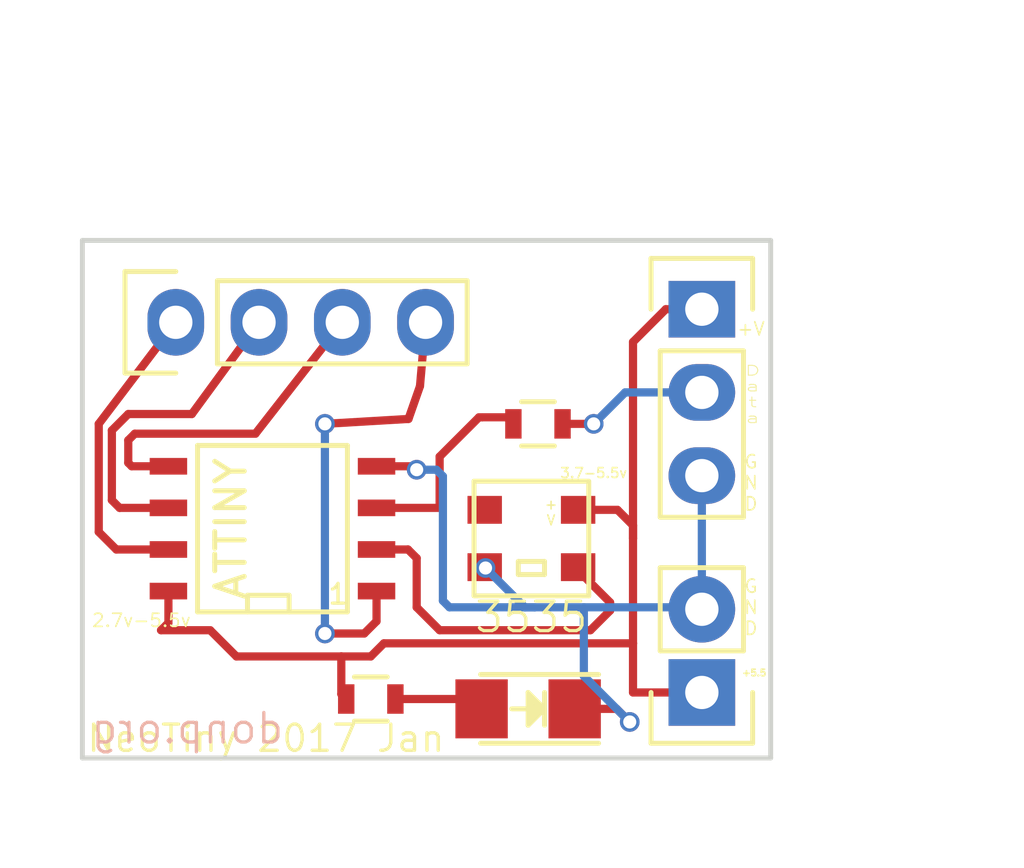
<source format=kicad_pcb>
(kicad_pcb (version 4) (host pcbnew 4.0.5-e0-6337~49~ubuntu16.04.1)

  (general
    (links 0)
    (no_connects 0)
    (area 77.775 62.385713 109.814287 89.775)
    (thickness 1.6)
    (drawings 15)
    (tracks 88)
    (zones 0)
    (modules 8)
    (nets 1)
  )

  (page A4)
  (layers
    (0 F.Cu signal)
    (31 B.Cu signal)
    (32 B.Adhes user)
    (33 F.Adhes user)
    (34 B.Paste user)
    (35 F.Paste user)
    (36 B.SilkS user)
    (37 F.SilkS user)
    (38 B.Mask user)
    (39 F.Mask user)
    (40 Dwgs.User user)
    (41 Cmts.User user)
    (42 Eco1.User user)
    (43 Eco2.User user)
    (44 Edge.Cuts user)
    (45 Margin user)
    (46 B.CrtYd user)
    (47 F.CrtYd user)
    (48 B.Fab user)
    (49 F.Fab user)
  )

  (setup
    (last_trace_width 0.25)
    (trace_clearance 0.2)
    (zone_clearance 0.508)
    (zone_45_only no)
    (trace_min 0.2)
    (segment_width 0.2)
    (edge_width 0.15)
    (via_size 0.6)
    (via_drill 0.4)
    (via_min_size 0.4)
    (via_min_drill 0.3)
    (uvia_size 0.3)
    (uvia_drill 0.1)
    (uvias_allowed no)
    (uvia_min_size 0.2)
    (uvia_min_drill 0.1)
    (pcb_text_width 0.3)
    (pcb_text_size 1.5 1.5)
    (mod_edge_width 0.15)
    (mod_text_size 1 1)
    (mod_text_width 0.15)
    (pad_size 2.032 1.7272)
    (pad_drill 1.016)
    (pad_to_mask_clearance 0.2)
    (aux_axis_origin 0 0)
    (visible_elements FFFEFF7F)
    (pcbplotparams
      (layerselection 0x01030_80000001)
      (usegerberextensions true)
      (excludeedgelayer true)
      (linewidth 0.100000)
      (plotframeref false)
      (viasonmask false)
      (mode 1)
      (useauxorigin false)
      (hpglpennumber 1)
      (hpglpenspeed 20)
      (hpglpendiameter 15)
      (hpglpenoverlay 2)
      (psnegative false)
      (psa4output false)
      (plotreference true)
      (plotvalue true)
      (plotinvisibletext false)
      (padsonsilk false)
      (subtractmaskfromsilk false)
      (outputformat 1)
      (mirror false)
      (drillshape 0)
      (scaleselection 1)
      (outputdirectory /home/donp/osh))
  )

  (net 0 "")

  (net_class Default "This is the default net class."
    (clearance 0.2)
    (trace_width 0.25)
    (via_dia 0.6)
    (via_drill 0.4)
    (uvia_dia 0.3)
    (uvia_drill 0.1)
  )

  (module Pin_Headers:Pin_Header_Straight_1x03 (layer F.Cu) (tedit 5830FFE6) (tstamp 5831094A)
    (at 99.9 71.9)
    (descr "Through hole pin header")
    (tags "pin header")
    (fp_text reference "" (at 0 -5.1) (layer F.SilkS)
      (effects (font (size 1 1) (thickness 0.15)))
    )
    (fp_text value Pin_Header_Straight_1x03 (at 0 -3.1) (layer F.Fab)
      (effects (font (size 1 1) (thickness 0.15)))
    )
    (fp_line (start -1.75 -1.75) (end -1.75 6.85) (layer F.CrtYd) (width 0.05))
    (fp_line (start 1.75 -1.75) (end 1.75 6.85) (layer F.CrtYd) (width 0.05))
    (fp_line (start -1.75 -1.75) (end 1.75 -1.75) (layer F.CrtYd) (width 0.05))
    (fp_line (start -1.75 6.85) (end 1.75 6.85) (layer F.CrtYd) (width 0.05))
    (fp_line (start -1.27 1.27) (end -1.27 6.35) (layer F.SilkS) (width 0.15))
    (fp_line (start -1.27 6.35) (end 1.27 6.35) (layer F.SilkS) (width 0.15))
    (fp_line (start 1.27 6.35) (end 1.27 1.27) (layer F.SilkS) (width 0.15))
    (fp_line (start 1.55 -1.55) (end 1.55 0) (layer F.SilkS) (width 0.15))
    (fp_line (start 1.27 1.27) (end -1.27 1.27) (layer F.SilkS) (width 0.15))
    (fp_line (start -1.55 0) (end -1.55 -1.55) (layer F.SilkS) (width 0.15))
    (fp_line (start -1.55 -1.55) (end 1.55 -1.55) (layer F.SilkS) (width 0.15))
    (pad 1 thru_hole rect (at 0 0) (size 2.032 1.7272) (drill 1.016) (layers *.Cu *.Mask))
    (pad 2 thru_hole oval (at 0 2.54) (size 2.032 1.7272) (drill 1.016) (layers *.Cu *.Mask))
    (pad 3 thru_hole oval (at 0 5.08) (size 2.032 1.7272) (drill 1.016) (layers *.Cu *.Mask))
    (model Pin_Headers.3dshapes/Pin_Header_Straight_1x03.wrl
      (at (xyz 0 -0.1 0))
      (scale (xyz 1 1 1))
      (rotate (xyz 0 0 90))
    )
  )

  (module Resistors_SMD:R_0603 (layer F.Cu) (tedit 583B886C) (tstamp 585D7BAC)
    (at 94.9 75.4)
    (descr "Resistor SMD 0603, reflow soldering, Vishay (see dcrcw.pdf)")
    (tags "resistor 0603")
    (attr smd)
    (fp_text reference "" (at 0 -1.9) (layer F.SilkS)
      (effects (font (size 1 1) (thickness 0.15)))
    )
    (fp_text value R_0603 (at 0 1.9) (layer F.Fab)
      (effects (font (size 1 1) (thickness 0.15)))
    )
    (fp_line (start -0.8 0.4) (end -0.8 -0.4) (layer F.Fab) (width 0.1))
    (fp_line (start 0.8 0.4) (end -0.8 0.4) (layer F.Fab) (width 0.1))
    (fp_line (start 0.8 -0.4) (end 0.8 0.4) (layer F.Fab) (width 0.1))
    (fp_line (start -0.8 -0.4) (end 0.8 -0.4) (layer F.Fab) (width 0.1))
    (fp_line (start -1.3 -0.8) (end 1.3 -0.8) (layer F.CrtYd) (width 0.05))
    (fp_line (start -1.3 0.8) (end 1.3 0.8) (layer F.CrtYd) (width 0.05))
    (fp_line (start -1.3 -0.8) (end -1.3 0.8) (layer F.CrtYd) (width 0.05))
    (fp_line (start 1.3 -0.8) (end 1.3 0.8) (layer F.CrtYd) (width 0.05))
    (fp_line (start 0.5 0.675) (end -0.5 0.675) (layer F.SilkS) (width 0.15))
    (fp_line (start -0.5 -0.675) (end 0.5 -0.675) (layer F.SilkS) (width 0.15))
    (pad 1 smd rect (at -0.75 0) (size 0.5 0.9) (layers F.Cu F.Paste F.Mask))
    (pad 2 smd rect (at 0.75 0) (size 0.5 0.9) (layers F.Cu F.Paste F.Mask))
    (model Resistors_SMD.3dshapes/R_0603.wrl
      (at (xyz 0 0 0))
      (scale (xyz 1 1 1))
      (rotate (xyz 0 0 0))
    )
  )

  (module Pin_Headers:Pin_Header_Straight_1x02 (layer F.Cu) (tedit 5830FF80) (tstamp 583106AA)
    (at 99.9 83.6 180)
    (descr "Through hole pin header")
    (tags "pin header")
    (fp_text reference "" (at 0 -5.1 180) (layer F.SilkS)
      (effects (font (size 1 1) (thickness 0.15)))
    )
    (fp_text value Pin_Header_Straight_1x02 (at 0 -3.1 180) (layer F.Fab)
      (effects (font (size 1 1) (thickness 0.15)))
    )
    (fp_line (start 1.27 1.27) (end 1.27 3.81) (layer F.SilkS) (width 0.15))
    (fp_line (start 1.55 -1.55) (end 1.55 0) (layer F.SilkS) (width 0.15))
    (fp_line (start -1.75 -1.75) (end -1.75 4.3) (layer F.CrtYd) (width 0.05))
    (fp_line (start 1.75 -1.75) (end 1.75 4.3) (layer F.CrtYd) (width 0.05))
    (fp_line (start -1.75 -1.75) (end 1.75 -1.75) (layer F.CrtYd) (width 0.05))
    (fp_line (start -1.75 4.3) (end 1.75 4.3) (layer F.CrtYd) (width 0.05))
    (fp_line (start 1.27 1.27) (end -1.27 1.27) (layer F.SilkS) (width 0.15))
    (fp_line (start -1.55 0) (end -1.55 -1.55) (layer F.SilkS) (width 0.15))
    (fp_line (start -1.55 -1.55) (end 1.55 -1.55) (layer F.SilkS) (width 0.15))
    (fp_line (start -1.27 1.27) (end -1.27 3.81) (layer F.SilkS) (width 0.15))
    (fp_line (start -1.27 3.81) (end 1.27 3.81) (layer F.SilkS) (width 0.15))
    (pad 1 thru_hole rect (at 0 0 180) (size 2.032 2.032) (drill 1.016) (layers *.Cu *.Mask))
    (pad 2 thru_hole oval (at 0 2.54 180) (size 2.032 2.032) (drill 1.016) (layers *.Cu *.Mask))
    (model Pin_Headers.3dshapes/Pin_Header_Straight_1x02.wrl
      (at (xyz 0 -0.05 0))
      (scale (xyz 1 1 1))
      (rotate (xyz 0 0 90))
    )
  )

  (module SMD_Packages:SOIC-8-N (layer F.Cu) (tedit 583B74FF) (tstamp 5830FF81)
    (at 86.8 78.6 90)
    (descr "Module Narrow CMS SOJ 8 pins large")
    (tags "CMS SOJ")
    (attr smd)
    (fp_text reference ATTINY (at 0 -1.27 90) (layer F.SilkS)
      (effects (font (size 0.9 0.9) (thickness 0.15)))
    )
    (fp_text value SOIC-8-N (at 0 1.27 90) (layer F.Fab)
      (effects (font (size 1 1) (thickness 0.15)))
    )
    (fp_line (start -2.54 -2.286) (end 2.54 -2.286) (layer F.SilkS) (width 0.15))
    (fp_line (start 2.54 -2.286) (end 2.54 2.286) (layer F.SilkS) (width 0.15))
    (fp_line (start 2.54 2.286) (end -2.54 2.286) (layer F.SilkS) (width 0.15))
    (fp_line (start -2.54 2.286) (end -2.54 -2.286) (layer F.SilkS) (width 0.15))
    (fp_line (start -2.54 -0.762) (end -2.032 -0.762) (layer F.SilkS) (width 0.15))
    (fp_line (start -2.032 -0.762) (end -2.032 0.508) (layer F.SilkS) (width 0.15))
    (fp_line (start -2.032 0.508) (end -2.54 0.508) (layer F.SilkS) (width 0.15))
    (pad 8 smd rect (at -1.905 -3.175 90) (size 0.508 1.143) (layers F.Cu F.Paste F.Mask))
    (pad 7 smd rect (at -0.635 -3.175 90) (size 0.508 1.143) (layers F.Cu F.Paste F.Mask))
    (pad 6 smd rect (at 0.635 -3.175 90) (size 0.508 1.143) (layers F.Cu F.Paste F.Mask))
    (pad 5 smd rect (at 1.905 -3.175 90) (size 0.508 1.143) (layers F.Cu F.Paste F.Mask))
    (pad 4 smd rect (at 1.905 3.175 90) (size 0.508 1.143) (layers F.Cu F.Paste F.Mask))
    (pad 3 smd rect (at 0.635 3.175 90) (size 0.508 1.143) (layers F.Cu F.Paste F.Mask))
    (pad 2 smd rect (at -0.635 3.175 90) (size 0.508 1.143) (layers F.Cu F.Paste F.Mask))
    (pad 1 smd rect (at -1.905 3.175 90) (size 0.508 1.143) (layers F.Cu F.Paste F.Mask))
    (model SMD_Packages.3dshapes/SOIC-8-N.wrl
      (at (xyz 0 0 0))
      (scale (xyz 0.5 0.38 0.5))
      (rotate (xyz 0 0 0))
    )
  )

  (module Pin_Headers:Pin_Header_Straight_1x04 (layer F.Cu) (tedit 583B81A8) (tstamp 583102C9)
    (at 83.85 72.3 90)
    (descr "Through hole pin header")
    (tags "pin header")
    (fp_text reference "" (at 0 -5.1 90) (layer F.SilkS)
      (effects (font (size 1 1) (thickness 0.15)))
    )
    (fp_text value Pin_Header_Straight_1x04 (at 0 -3.1 90) (layer F.Fab)
      (effects (font (size 1 1) (thickness 0.15)))
    )
    (fp_line (start -1.75 -1.75) (end -1.75 9.4) (layer F.CrtYd) (width 0.05))
    (fp_line (start 1.75 -1.75) (end 1.75 9.4) (layer F.CrtYd) (width 0.05))
    (fp_line (start -1.75 -1.75) (end 1.75 -1.75) (layer F.CrtYd) (width 0.05))
    (fp_line (start -1.75 9.4) (end 1.75 9.4) (layer F.CrtYd) (width 0.05))
    (fp_line (start -1.27 1.27) (end -1.27 8.89) (layer F.SilkS) (width 0.15))
    (fp_line (start 1.27 1.27) (end 1.27 8.89) (layer F.SilkS) (width 0.15))
    (fp_line (start 1.55 -1.55) (end 1.55 0) (layer F.SilkS) (width 0.15))
    (fp_line (start -1.27 8.89) (end 1.27 8.89) (layer F.SilkS) (width 0.15))
    (fp_line (start 1.27 1.27) (end -1.27 1.27) (layer F.SilkS) (width 0.15))
    (fp_line (start -1.55 0) (end -1.55 -1.55) (layer F.SilkS) (width 0.15))
    (fp_line (start -1.55 -1.55) (end 1.55 -1.55) (layer F.SilkS) (width 0.15))
    (pad 1 thru_hole oval (at 0 0 90) (size 2.032 1.7272) (drill 1.016) (layers *.Cu *.Mask))
    (pad 2 thru_hole oval (at 0 2.54 90) (size 2.032 1.7272) (drill 1.016) (layers *.Cu *.Mask))
    (pad 3 thru_hole oval (at 0 5.08 90) (size 2.032 1.7272) (drill 1.016) (layers *.Cu *.Mask))
    (pad 4 thru_hole oval (at 0 7.62 90) (size 2.032 1.7272) (drill 1.016) (layers *.Cu *.Mask))
    (model Pin_Headers.3dshapes/Pin_Header_Straight_1x04.wrl
      (at (xyz 0 -0.15 0))
      (scale (xyz 1 1 1))
      (rotate (xyz 0 0 90))
    )
  )

  (module LEDs:LED_1206 (layer F.Cu) (tedit 583B8881) (tstamp 583B8957)
    (at 94.6 84.1 180)
    (descr "LED 1206 smd package")
    (tags "LED1206 SMD")
    (attr smd)
    (fp_text reference "" (at 0 -2 180) (layer F.SilkS)
      (effects (font (size 1 1) (thickness 0.15)))
    )
    (fp_text value LED_1206 (at 0 2 180) (layer F.Fab)
      (effects (font (size 1 1) (thickness 0.15)))
    )
    (fp_line (start -0.5 -0.5) (end -0.5 0.5) (layer F.Fab) (width 0.15))
    (fp_line (start -0.5 0) (end 0 -0.5) (layer F.Fab) (width 0.15))
    (fp_line (start 0 0.5) (end -0.5 0) (layer F.Fab) (width 0.15))
    (fp_line (start 0 -0.5) (end 0 0.5) (layer F.Fab) (width 0.15))
    (fp_line (start -1.6 0.8) (end -1.6 -0.8) (layer F.Fab) (width 0.15))
    (fp_line (start 1.6 0.8) (end -1.6 0.8) (layer F.Fab) (width 0.15))
    (fp_line (start 1.6 -0.8) (end 1.6 0.8) (layer F.Fab) (width 0.15))
    (fp_line (start -1.6 -0.8) (end 1.6 -0.8) (layer F.Fab) (width 0.15))
    (fp_line (start -2.15 1.05) (end 1.45 1.05) (layer F.SilkS) (width 0.15))
    (fp_line (start -2.15 -1.05) (end 1.45 -1.05) (layer F.SilkS) (width 0.15))
    (fp_line (start -0.1 -0.3) (end -0.1 0.3) (layer F.SilkS) (width 0.15))
    (fp_line (start -0.1 0.3) (end -0.4 0) (layer F.SilkS) (width 0.15))
    (fp_line (start -0.4 0) (end -0.2 -0.2) (layer F.SilkS) (width 0.15))
    (fp_line (start -0.2 -0.2) (end -0.2 0.05) (layer F.SilkS) (width 0.15))
    (fp_line (start -0.2 0.05) (end -0.25 0) (layer F.SilkS) (width 0.15))
    (fp_line (start -0.5 -0.5) (end -0.5 0.5) (layer F.SilkS) (width 0.15))
    (fp_line (start 0 0) (end 0.5 0) (layer F.SilkS) (width 0.15))
    (fp_line (start -0.5 0) (end 0 -0.5) (layer F.SilkS) (width 0.15))
    (fp_line (start 0 -0.5) (end 0 0.5) (layer F.SilkS) (width 0.15))
    (fp_line (start 0 0.5) (end -0.5 0) (layer F.SilkS) (width 0.15))
    (fp_line (start 2.5 -1.25) (end -2.5 -1.25) (layer F.CrtYd) (width 0.05))
    (fp_line (start -2.5 -1.25) (end -2.5 1.25) (layer F.CrtYd) (width 0.05))
    (fp_line (start -2.5 1.25) (end 2.5 1.25) (layer F.CrtYd) (width 0.05))
    (fp_line (start 2.5 1.25) (end 2.5 -1.25) (layer F.CrtYd) (width 0.05))
    (pad 2 smd rect (at 1.41986 0) (size 1.59766 1.80086) (layers F.Cu F.Paste F.Mask))
    (pad 1 smd rect (at -1.41986 0) (size 1.59766 1.80086) (layers F.Cu F.Paste F.Mask))
    (model LEDs.3dshapes/LED_1206.wrl
      (at (xyz 0 0 0))
      (scale (xyz 1 1 1))
      (rotate (xyz 0 0 180))
    )
  )

  (module Resistors_SMD:R_0603 (layer F.Cu) (tedit 583B886C) (tstamp 583B8B53)
    (at 89.8 83.8)
    (descr "Resistor SMD 0603, reflow soldering, Vishay (see dcrcw.pdf)")
    (tags "resistor 0603")
    (attr smd)
    (fp_text reference "" (at 0 -1.9) (layer F.SilkS)
      (effects (font (size 1 1) (thickness 0.15)))
    )
    (fp_text value R_0603 (at 0 1.9) (layer F.Fab)
      (effects (font (size 1 1) (thickness 0.15)))
    )
    (fp_line (start -0.8 0.4) (end -0.8 -0.4) (layer F.Fab) (width 0.1))
    (fp_line (start 0.8 0.4) (end -0.8 0.4) (layer F.Fab) (width 0.1))
    (fp_line (start 0.8 -0.4) (end 0.8 0.4) (layer F.Fab) (width 0.1))
    (fp_line (start -0.8 -0.4) (end 0.8 -0.4) (layer F.Fab) (width 0.1))
    (fp_line (start -1.3 -0.8) (end 1.3 -0.8) (layer F.CrtYd) (width 0.05))
    (fp_line (start -1.3 0.8) (end 1.3 0.8) (layer F.CrtYd) (width 0.05))
    (fp_line (start -1.3 -0.8) (end -1.3 0.8) (layer F.CrtYd) (width 0.05))
    (fp_line (start 1.3 -0.8) (end 1.3 0.8) (layer F.CrtYd) (width 0.05))
    (fp_line (start 0.5 0.675) (end -0.5 0.675) (layer F.SilkS) (width 0.15))
    (fp_line (start -0.5 -0.675) (end 0.5 -0.675) (layer F.SilkS) (width 0.15))
    (pad 1 smd rect (at -0.75 0) (size 0.5 0.9) (layers F.Cu F.Paste F.Mask))
    (pad 2 smd rect (at 0.75 0) (size 0.5 0.9) (layers F.Cu F.Paste F.Mask))
    (model Resistors_SMD.3dshapes/R_0603.wrl
      (at (xyz 0 0 0))
      (scale (xyz 1 1 1))
      (rotate (xyz 0 0 0))
    )
  )

  (module ws2812:3535 (layer F.Cu) (tedit 588CDD58) (tstamp 583100DF)
    (at 94.7 78.9)
    (fp_text reference 3535 (at 0 2.4) (layer F.SilkS)
      (effects (font (size 0.9 0.9) (thickness 0.1)))
    )
    (fp_text value 3535 (at 0.05 -2.2) (layer F.Fab)
      (effects (font (size 1 1) (thickness 0.15)))
    )
    (fp_line (start -0.4 0.7) (end 0.4 0.7) (layer F.SilkS) (width 0.15))
    (fp_line (start 0.4 0.7) (end 0.4 1.1) (layer F.SilkS) (width 0.15))
    (fp_line (start 0.4 1.1) (end -0.4 1.1) (layer F.SilkS) (width 0.15))
    (fp_line (start -0.4 1.1) (end -0.4 0.7) (layer F.SilkS) (width 0.15))
    (fp_line (start 1.75 1.75) (end -1.75 1.75) (layer F.SilkS) (width 0.15))
    (fp_line (start -1.75 1.75) (end -1.75 -1.75) (layer F.SilkS) (width 0.15))
    (fp_line (start 1.75 -1.75) (end 1.75 1.75) (layer F.SilkS) (width 0.15))
    (fp_line (start -1.75 -1.75) (end 1.7 -1.75) (layer F.SilkS) (width 0.15))
    (pad IN smd rect (at 1.325 0.875) (size 1.05 0.85) (drill (offset 0.1 0)) (layers F.Cu F.Paste F.Mask))
    (pad VDD smd rect (at 1.325 -0.875) (size 1.05 0.85) (drill (offset 0.1 0)) (layers F.Cu F.Paste F.Mask))
    (pad GND smd rect (at -1.325 0.875) (size 1.05 0.85) (drill (offset -0.1 0)) (layers F.Cu F.Paste F.Mask))
    (pad OUT smd rect (at -1.325 -0.875) (size 1.05 0.85) (drill (offset -0.1 0)) (layers F.Cu F.Paste F.Mask))
  )

  (gr_text "D\na\nt\na\n" (at 101.45 74.5) (layer F.SilkS)
    (effects (font (size 0.3 0.5) (thickness 0.03)))
  )
  (gr_text "+\nV" (at 95.3 78.1) (layer F.SilkS)
    (effects (font (size 0.3 0.3) (thickness 0.05)))
  )
  (gr_text 1 (at 88.8 80.6) (layer F.SilkS)
    (effects (font (size 0.6 0.6) (thickness 0.1)))
  )
  (gr_text +V (at 101.4 72.5) (layer F.SilkS)
    (effects (font (size 0.4 0.4) (thickness 0.05)))
  )
  (gr_text "G\nN\nD" (at 101.4 77.2) (layer F.SilkS)
    (effects (font (size 0.4 0.4) (thickness 0.05)))
  )
  (gr_text "G\nN\nD" (at 101.4 81) (layer F.SilkS)
    (effects (font (size 0.4 0.4) (thickness 0.05)))
  )
  (gr_text +5.5 (at 101.5 83) (layer F.SilkS)
    (effects (font (size 0.2 0.2) (thickness 0.05)))
  )
  (gr_text 2.7v-5.5v (at 82.8 81.4) (layer F.SilkS)
    (effects (font (size 0.4 0.4) (thickness 0.05)))
  )
  (gr_text 3.7-5.5v (at 96.6 76.9) (layer F.SilkS)
    (effects (font (size 0.3 0.3) (thickness 0.05)))
  )
  (gr_text donp.org (at 84.2 84.7) (layer B.SilkS)
    (effects (font (size 0.9 0.9) (thickness 0.1)) (justify mirror))
  )
  (gr_text "NeoTiny 2017 Jan" (at 86.6 85) (layer F.SilkS)
    (effects (font (size 0.8 0.8) (thickness 0.1)))
  )
  (gr_line (start 102 69.8) (end 102 85.6) (angle 90) (layer Edge.Cuts) (width 0.15))
  (gr_line (start 81 85.6) (end 102 85.6) (angle 90) (layer Edge.Cuts) (width 0.15) (tstamp 58310406))
  (gr_line (start 81 69.8) (end 102 69.8) (angle 90) (layer Edge.Cuts) (width 0.15))
  (gr_line (start 81 69.8) (end 81 85.6) (angle 90) (layer Edge.Cuts) (width 0.15))

  (segment (start 95.65 75.4) (end 96.6 75.4) (width 0.25) (layer F.Cu) (net 0))
  (segment (start 97.56 74.44) (end 99.9 74.44) (width 0.25) (layer B.Cu) (net 0) (tstamp 585D7C25))
  (segment (start 96.6 75.4) (end 97.56 74.44) (width 0.25) (layer B.Cu) (net 0) (tstamp 585D7C24))
  (via (at 96.6 75.4) (size 0.6) (drill 0.4) (layers F.Cu B.Cu) (net 0))
  (segment (start 93.95 75.2) (end 93.2 75.2) (width 0.25) (layer F.Cu) (net 0))
  (segment (start 91.935 77.965) (end 89.975 77.965) (width 0.25) (layer F.Cu) (net 0))
  (segment (start 91.935 77.965) (end 91.9 77.93) (width 0.25) (layer F.Cu) (net 0) (tstamp 583B85B6))
  (segment (start 91.9 77.93) (end 91.9 76.4) (width 0.25) (layer F.Cu) (net 0) (tstamp 583B85BA))
  (segment (start 91.9 76.4) (end 93.1 75.2) (width 0.25) (layer F.Cu) (net 0) (tstamp 583B85C0))
  (segment (start 93.1 75.2) (end 93.2 75.2) (width 0.25) (layer F.Cu) (net 0) (tstamp 583B85C2))
  (segment (start 93.95 75.2) (end 94.15 75.4) (width 0.25) (layer F.Cu) (net 0) (tstamp 585D7C1F))
  (segment (start 96.3 81) (end 96.3 83.1) (width 0.25) (layer B.Cu) (net 0))
  (segment (start 97.3 84.1) (end 96.01986 84.1) (width 0.25) (layer F.Cu) (net 0) (tstamp 583B8C39))
  (segment (start 97.7 84.5) (end 97.3 84.1) (width 0.25) (layer F.Cu) (net 0) (tstamp 583B8C38))
  (via (at 97.7 84.5) (size 0.6) (drill 0.4) (layers F.Cu B.Cu) (net 0))
  (segment (start 96.3 83.1) (end 97.7 84.5) (width 0.25) (layer B.Cu) (net 0) (tstamp 583B8C35))
  (segment (start 90.55 83.8) (end 92.88014 83.8) (width 0.25) (layer F.Cu) (net 0))
  (segment (start 92.88014 83.8) (end 93.18014 84.1) (width 0.25) (layer F.Cu) (net 0) (tstamp 583B8C10))
  (segment (start 88.9 82.5) (end 88.9 83.65) (width 0.25) (layer F.Cu) (net 0))
  (segment (start 88.9 83.65) (end 89.05 83.8) (width 0.25) (layer F.Cu) (net 0) (tstamp 583B8C0D))
  (segment (start 97.8 82.1) (end 90.2 82.1) (width 0.25) (layer F.Cu) (net 0))
  (segment (start 83.625 81.475) (end 83.625 80.505) (width 0.25) (layer F.Cu) (net 0) (tstamp 583B8BE6))
  (segment (start 83.4 81.7) (end 83.625 81.475) (width 0.25) (layer F.Cu) (net 0) (tstamp 583B8BE5))
  (segment (start 84.9 81.7) (end 83.4 81.7) (width 0.25) (layer F.Cu) (net 0) (tstamp 583B8BE4))
  (segment (start 85.7 82.5) (end 84.9 81.7) (width 0.25) (layer F.Cu) (net 0) (tstamp 583B8BE3))
  (segment (start 89.8 82.5) (end 88.9 82.5) (width 0.25) (layer F.Cu) (net 0) (tstamp 583B8BE2))
  (segment (start 88.9 82.5) (end 85.7 82.5) (width 0.25) (layer F.Cu) (net 0) (tstamp 583B8C0B))
  (segment (start 90.2 82.1) (end 89.8 82.5) (width 0.25) (layer F.Cu) (net 0) (tstamp 583B8BE1))
  (segment (start 91.8 76.8) (end 91.2 76.8) (width 0.25) (layer B.Cu) (net 0))
  (segment (start 92.2 81) (end 92 80.8) (width 0.25) (layer B.Cu) (net 0) (tstamp 583B810C))
  (segment (start 92 80.8) (end 92 77) (width 0.25) (layer B.Cu) (net 0) (tstamp 583B810E))
  (segment (start 92 77) (end 91.8 76.8) (width 0.25) (layer B.Cu) (net 0) (tstamp 583B8111))
  (segment (start 94.8 81) (end 92.2 81) (width 0.25) (layer B.Cu) (net 0))
  (segment (start 91.095 76.695) (end 89.975 76.695) (width 0.25) (layer F.Cu) (net 0) (tstamp 583B85DC))
  (segment (start 91.2 76.8) (end 91.095 76.695) (width 0.25) (layer F.Cu) (net 0) (tstamp 583B85DB))
  (via (at 91.2 76.8) (size 0.6) (drill 0.4) (layers F.Cu B.Cu) (net 0))
  (segment (start 97.8 78.9) (end 97.8 72.9) (width 0.25) (layer F.Cu) (net 0))
  (segment (start 98.8 71.9) (end 99.9 71.9) (width 0.25) (layer F.Cu) (net 0) (tstamp 583B82B0))
  (segment (start 97.8 72.9) (end 98.8 71.9) (width 0.25) (layer F.Cu) (net 0) (tstamp 583B82AF))
  (segment (start 99.9 81.06) (end 99.9 76.98) (width 0.25) (layer B.Cu) (net 0))
  (segment (start 89.975 79.235) (end 90.935 79.235) (width 0.25) (layer F.Cu) (net 0))
  (segment (start 97.1 80.85) (end 96.025 79.775) (width 0.25) (layer F.Cu) (net 0) (tstamp 583B8271))
  (segment (start 97.1 81.1) (end 97.1 80.85) (width 0.25) (layer F.Cu) (net 0) (tstamp 583B8270))
  (segment (start 96.5 81.7) (end 97.1 81.1) (width 0.25) (layer F.Cu) (net 0) (tstamp 583B826E))
  (segment (start 91.9 81.7) (end 96.5 81.7) (width 0.25) (layer F.Cu) (net 0) (tstamp 583B8269))
  (segment (start 91.2 81) (end 91.9 81.7) (width 0.25) (layer F.Cu) (net 0) (tstamp 583B8266))
  (segment (start 91.2 79.5) (end 91.2 81) (width 0.25) (layer F.Cu) (net 0) (tstamp 583B8261))
  (segment (start 90.935 79.235) (end 91.2 79.5) (width 0.25) (layer F.Cu) (net 0) (tstamp 583B8260))
  (segment (start 89.975 80.505) (end 89.975 81.425) (width 0.25) (layer F.Cu) (net 0))
  (segment (start 91.3 74.25) (end 91.47 72.3) (width 0.25) (layer F.Cu) (net 0) (tstamp 583B8259) (status 20))
  (segment (start 90.95 75.25) (end 91.3 74.25) (width 0.25) (layer F.Cu) (net 0) (tstamp 583B8258))
  (segment (start 88.4 75.4) (end 90.95 75.25) (width 0.25) (layer F.Cu) (net 0) (tstamp 583B8257))
  (via (at 88.4 75.4) (size 0.6) (drill 0.4) (layers F.Cu B.Cu) (net 0))
  (segment (start 88.4 81.8) (end 88.4 75.4) (width 0.25) (layer B.Cu) (net 0) (tstamp 583B8252))
  (via (at 88.4 81.8) (size 0.6) (drill 0.4) (layers F.Cu B.Cu) (net 0))
  (segment (start 89.6 81.8) (end 88.4 81.8) (width 0.25) (layer F.Cu) (net 0) (tstamp 583B824F))
  (segment (start 89.975 81.425) (end 89.6 81.8) (width 0.25) (layer F.Cu) (net 0) (tstamp 583B8249))
  (segment (start 83.625 79.235) (end 82.035 79.235) (width 0.25) (layer F.Cu) (net 0))
  (segment (start 81.5 75.4) (end 83.85 72.3) (width 0.25) (layer F.Cu) (net 0) (tstamp 583B8228) (status 20))
  (segment (start 81.5 78.7) (end 81.5 75.4) (width 0.25) (layer F.Cu) (net 0) (tstamp 583B8224))
  (segment (start 82.035 79.235) (end 81.5 78.7) (width 0.25) (layer F.Cu) (net 0) (tstamp 583B8220))
  (segment (start 83.625 77.965) (end 82.135 77.965) (width 0.25) (layer F.Cu) (net 0))
  (segment (start 84.34 75.1) (end 86.39 72.3) (width 0.25) (layer F.Cu) (net 0) (tstamp 583B81F0) (status 20))
  (segment (start 82.4 75.1) (end 84.34 75.1) (width 0.25) (layer F.Cu) (net 0) (tstamp 583B81ED))
  (segment (start 81.9 75.6) (end 82.4 75.1) (width 0.25) (layer F.Cu) (net 0) (tstamp 583B81EB))
  (segment (start 81.9 77.73) (end 81.9 75.6) (width 0.25) (layer F.Cu) (net 0) (tstamp 583B81E7))
  (segment (start 82.135 77.965) (end 81.9 77.73) (width 0.25) (layer F.Cu) (net 0) (tstamp 583B81E5))
  (segment (start 83.625 76.695) (end 82.505 76.695) (width 0.25) (layer F.Cu) (net 0))
  (segment (start 86.28 75.7) (end 88.93 72.3) (width 0.25) (layer F.Cu) (net 0) (tstamp 583B81E1) (status 20))
  (segment (start 82.6 75.7) (end 86.28 75.7) (width 0.25) (layer F.Cu) (net 0) (tstamp 583B81DD))
  (segment (start 82.4 75.9) (end 82.6 75.7) (width 0.25) (layer F.Cu) (net 0) (tstamp 583B81D8))
  (segment (start 82.4 76.59) (end 82.4 75.9) (width 0.25) (layer F.Cu) (net 0) (tstamp 583B81D6))
  (segment (start 82.505 76.695) (end 82.4 76.59) (width 0.25) (layer F.Cu) (net 0) (tstamp 583B81D5))
  (segment (start 97.8 83.6) (end 97.8 82.1) (width 0.25) (layer F.Cu) (net 0))
  (segment (start 97.8 82.1) (end 97.8 78.9) (width 0.25) (layer F.Cu) (net 0) (tstamp 583B8BDF))
  (segment (start 97.8 78.9) (end 97.8 78.5) (width 0.25) (layer F.Cu) (net 0) (tstamp 583B82AD))
  (segment (start 97.325 78.025) (end 96.025 78.025) (width 0.25) (layer F.Cu) (net 0) (tstamp 583B8136))
  (segment (start 97.8 78.5) (end 97.325 78.025) (width 0.25) (layer F.Cu) (net 0) (tstamp 583B8135))
  (segment (start 99.9 83.6) (end 97.8 83.6) (width 0.25) (layer F.Cu) (net 0))
  (via (at 99.9 81.06) (size 0.6) (drill 0.4) (layers F.Cu B.Cu) (net 0))
  (segment (start 99.9 81.06) (end 99.84 81) (width 0.25) (layer B.Cu) (net 0) (tstamp 583B7BEB))
  (segment (start 99.84 81) (end 96.3 81) (width 0.25) (layer B.Cu) (net 0) (tstamp 583B7BEC))
  (segment (start 96.3 81) (end 94.8 81) (width 0.25) (layer B.Cu) (net 0) (tstamp 583B8C33))
  (segment (start 94.8 81) (end 94.5 81) (width 0.25) (layer B.Cu) (net 0) (tstamp 583B810A))
  (segment (start 93.3 79.8) (end 93.325 79.775) (width 0.25) (layer F.Cu) (net 0) (tstamp 583B7BF5))
  (via (at 93.3 79.8) (size 0.6) (drill 0.4) (layers F.Cu B.Cu) (net 0))
  (segment (start 94.5 81) (end 93.3 79.8) (width 0.25) (layer B.Cu) (net 0) (tstamp 583B7BF2))
  (segment (start 93.325 79.775) (end 93.375 79.775) (width 0.25) (layer F.Cu) (net 0) (tstamp 583B7BF6))

)

</source>
